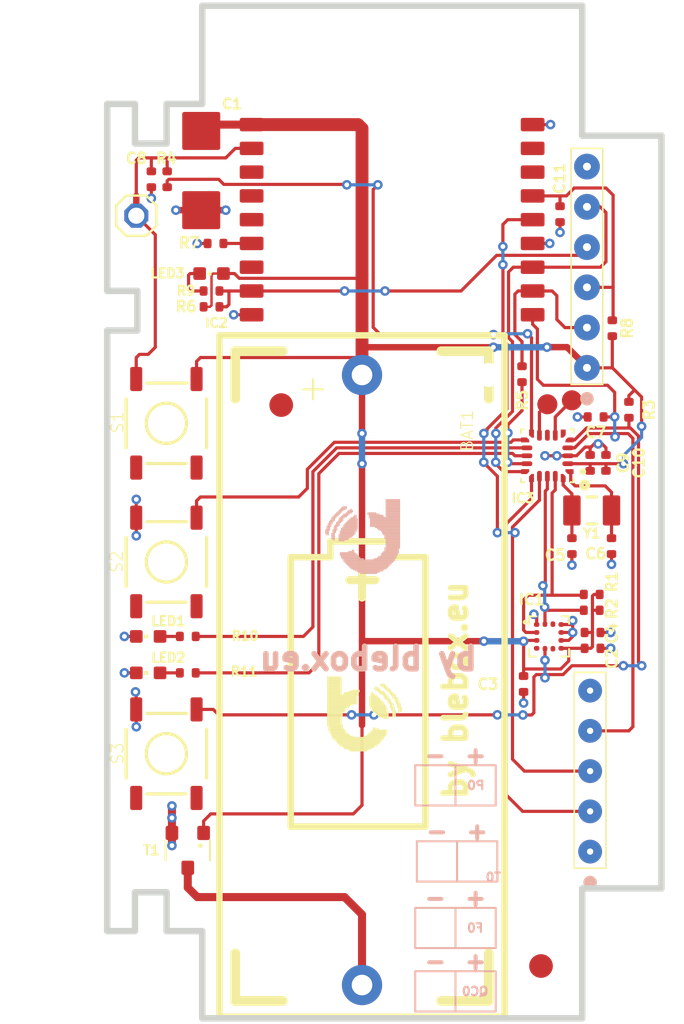
<source format=kicad_pcb>
(kicad_pcb (version 20241229) (generator "pcbnew") (generator_version "9.0")
  (layers (0 "F.Cu" signal) (2 "B.Cu" signal) (13 "F.Paste" user) (15 "B.Paste" user) (5 "F.SilkS" user "F.Silkscreen") (7 "B.SilkS" user "B.Silkscreen") (1 "F.Mask" user) (3 "B.Mask" user) (25 "Edge.Cuts" user))
  (net 0 "")
  (net 1 "+3V3")
  (net 2 "GND")
  (net 3 "TXD")
  (net 4 "RXD")
  (net 5 "IO12")
  (net 6 "IO0")
  (net 7 "RST")
  (net 8 "IO13")
  (net 9 "IO15")
  (net 10 "IO14")
  (net 11 "IO16")
  (net 12 "EN_IO")
  (net 13 "IO2")
  (net 14 "ESP_EN")
  (net 15 "N$1")
  (net 16 "VCC")
  (net 17 "SWDIO")
  (net 18 "SWCLK/BOOT0")
  (net 19 "NRST")
  (net 20 "BUTTON")
  (net 21 "PC14-OSCX_IN")
  (net 22 "STM_RXD")
  (net 23 "SDA")
  (net 24 "INT1")
  (net 25 "INT2")
  (net 26 "SCL")
  (net 27 "LED1")
  (net 28 "INT0")
  (net 29 "N$2")
  (net 30 "N$3")
  (net 31 "LED3C")
  (net 32 "TOUT")
  (net 33 "N$4")
  (net 34 "LED2")
  (net 35 "PA2")
  (net 36 "PA3")
  (net 37 "PA4")
  (footprint "PCB-wPAWS-0.1:CHIPLED_0603" (layer "F.Cu") (at 137.5936 89.9536 90)
    (property "Reference" "LED3")
    (property "Value" "blue")
  )
  (footprint "PCB-wPAWS-0.1:TACTILE-SWITCH-SMD" (layer "F.Cu") (at 134.7436 99.4036 -90)
    (property "Reference" "S1")
    (property "Value" "TACTB-64K-F")
  )
  (footprint "PCB-wPAWS-0.1:1X01_12130839" (layer "F.Cu") (at 132.8436 86.3036)
    (property "Reference" "JP1" (hide yes))
    (property "Value" "PINHD-1X1" (hide yes))
  )
  (footprint "PCB-wPAWS-0.1:C0402_33525614" (layer "F.Cu") (at 157.2936 115.8536 -90)
    (property "Reference" "C3")
    (property "Value" "100n/6.3V")
  )
  (footprint "PCB-wPAWS-0.1:TACTILE-SWITCH-SMD" (layer "F.Cu") (at 134.7436 120.2536 -90)
    (property "Reference" "S3")
    (property "Value" "TACTB-64K-F")
  )
  (footprint "PCB-wPAWS-0.1:XDCR_BMA400_39362339" (layer "F.Cu") (at 158.8936 112.8536)
    (property "Reference" "IC1")
    (property "Value" "BMA400")
  )
  (footprint "PCB-wPAWS-0.1:R0402_33525614" (layer "F.Cu") (at 137.5936 92.0536)
    (property "Reference" "R6")
    (property "Value" "10k/1%")
  )
  (footprint "PCB-wPAWS-0.1:R0402_33525614" (layer "F.Cu") (at 163.9436 98.5536 -90)
    (property "Reference" "R3")
    (property "Value" "100k")
  )
  (footprint "PCB-wPAWS-0.1:R0402_33525614" (layer "F.Cu") (at 161.5936 111.2036 180)
    (property "Reference" "R2")
    (property "Value" "10k/1%")
  )
  (footprint "PCB-wPAWS-0.1:C0402_33525614" (layer "F.Cu") (at 159.5936 86.2036 -90)
    (property "Reference" "C11")
    (property "Value" "100n/6.3V")
  )
  (footprint "PCB-wPAWS-0.1:C0402_33525614" (layer "F.Cu") (at 161.4936 101.9036 90)
    (property "Reference" "C9")
    (property "Value" "100n/6.3V")
  )
  (footprint "PCB-wPAWS-0.1:C0402_33525614" (layer "F.Cu") (at 133.7936 84.0036 -90)
    (property "Reference" "C8")
    (property "Value" "1u/6.3V")
  )
  (footprint "PCB-wPAWS-0.1:R0402_33525614" (layer "F.Cu") (at 157.1936 96.3036 90)
    (property "Reference" "R5")
    (property "Value" "1k/1%")
  )
  (footprint "PCB-wPAWS-0.1:BHC-CR123A" (layer "F.Cu") (at 147.0936 115.8536 -90)
    (property "Reference" "BAT1")
    (property "Value" "BHC-CR123A")
  )
  (footprint "PCB-wPAWS-0.1:R0402_33525614" (layer "F.Cu") (at 134.7936 84.0036 -90)
    (property "Reference" "R4")
    (property "Value" "100k/1%")
  )
  (footprint "PCB-wPAWS-0.1:CHIPLED_0603" (layer "F.Cu") (at 133.5936 115.1536 90)
    (property "Reference" "LED2")
    (property "Value" "blue")
  )
  (footprint "PCB-wPAWS-0.1:R0402_12132679" (layer "F.Cu") (at 136.0936 115.1536)
    (property "Reference" "R11")
    (property "Value" "1k")
  )
  (footprint "PCB-wPAWS-0.1:C0402_33525614" (layer "F.Cu") (at 161.6436 113.6036)
    (property "Reference" "C2")
    (property "Value" "100n/6.3V")
  )
  (footprint "PCB-wPAWS-0.1:6P-2.54-CENTERING-HOLE-PAD_12130839" (layer "F.Cu") (at 161.2936 89.5536 90)
    (property "Reference" "CN1" (hide yes))
    (property "Value" "")
  )
  (footprint "PCB-wPAWS-0.1:BLEBOX-LOGO-MEDIUM_26685265" (layer "F.Cu") (at 147.3936 118.4536)
    (property "Reference" "U$4" (hide yes))
    (property "Value" "" (hide yes))
  )
  (footprint "PCB-wPAWS-0.1:R0402_12132679" (layer "F.Cu") (at 137.5936 91.0536 180)
    (property "Reference" "R9")
    (property "Value" "1k")
  )
  (footprint "PCB-wPAWS-0.1:C0402_33525614" (layer "F.Cu") (at 161.6436 112.6036)
    (property "Reference" "C4")
    (property "Value" "1u/6.3V")
  )
  (footprint "PCB-wPAWS-0.1:R0402_33525614" (layer "F.Cu") (at 162.8936 93.4036 90)
    (property "Reference" "R8")
    (property "Value" "1k/1%")
  )
  (footprint "PCB-wPAWS-0.1:C0402_33525614" (layer "F.Cu") (at 162.4936 101.9036 90)
    (property "Reference" "C10")
    (property "Value" "10u/6.3V")
  )
  (footprint "PCB-wPAWS-0.1:B1,27_39530543" (layer "F.Cu") (at 160.3436 97.9536)
    (property "Reference" "TP2" (hide yes))
    (property "Value" "TPB1,27")
  )
  (footprint "PCB-wPAWS-0.1:IC_STM32C011F6U6TR_39362339" (layer "F.Cu") (at 158.7936 101.4536 180)
    (property "Reference" "IC3")
    (property "Value" "STM32C011F6U6TR")
  )
  (footprint "PCB-wPAWS-0.1:SOT23-R_INFINEON_12130336" (layer "F.Cu") (at 136.0936 126.3536 180)
    (property "Reference" "T1")
    (property "Value" "YJL3404A")
  )
  (footprint "PCB-wPAWS-0.1:FIDUCIAL-ANDPOL_11922146" (layer "F.Cu") (at 158.3936 133.6536 -90)
    (property "Reference" "REF1" (hide yes))
    (property "Value" "")
  )
  (footprint "PCB-wPAWS-0.1:TACTILE-SWITCH-SMD" (layer "F.Cu") (at 134.7436 108.1536 -90)
    (property "Reference" "S2")
    (property "Value" "TACTB-64K-F")
  )
  (footprint "PCB-wPAWS-0.1:R0402_33525614" (layer "F.Cu") (at 137.8436 88.0536 180)
    (property "Reference" "R7")
    (property "Value" "10k/1%")
  )
  (footprint "PCB-wPAWS-0.1:WE-XTAL_CFPX-217_14284023" (layer "F.Cu") (at 161.5936 104.9036 180)
    (property "Reference" "Y1")
    (property "Value" "32.768kHz")
  )
  (footprint "PCB-wPAWS-0.1:FE05W-SWD-CP_12130839" (layer "F.Cu") (at 161.4936 121.3536 90)
    (property "Reference" "CN2" (hide yes))
    (property "Value" "")
  )
  (footprint "PCB-wPAWS-0.1:B1,27_39530543" (layer "F.Cu") (at 158.7936 98.2036)
    (property "Reference" "TP1" (hide yes))
    (property "Value" "TPB1,27")
  )
  (footprint "PCB-wPAWS-0.1:SMC_C" (layer "F.Cu") (at 136.9436 83.4536 -90)
    (property "Reference" "C1")
    (property "Value" "220u/6.3V")
  )
  (footprint "PCB-wPAWS-0.1:FIDUCIAL-ANDPOL_11922146" (layer "F.Cu") (at 141.9936 98.2536 90)
    (property "Reference" "REF2" (hide yes))
    (property "Value" "")
  )
  (footprint "PCB-wPAWS-0.1:C0402_33525614" (layer "F.Cu") (at 161.8436 99.0036 180)
    (property "Reference" "C7")
    (property "Value" "100n/6.3V")
  )
  (footprint "PCB-wPAWS-0.1:MODULE_12027516" (layer "F.Cu") (at 148.9936 85.4536)
    (property "Reference" "IC2")
    (property "Value" "ESP-WROOM-02")
  )
  (footprint "PCB-wPAWS-0.1:R0402_33525614" (layer "F.Cu") (at 161.5936 110.2036 180)
    (property "Reference" "R1")
    (property "Value" "10k/1%")
  )
  (footprint "PCB-wPAWS-0.1:C0402_33525614" (layer "F.Cu") (at 160.3436 107.1536 90)
    (property "Reference" "C5")
    (property "Value" "18pF")
  )
  (footprint "PCB-wPAWS-0.1:CHIPLED_0603" (layer "F.Cu") (at 133.5936 112.8536 90)
    (property "Reference" "LED1")
    (property "Value" "blue")
  )
  (footprint "PCB-wPAWS-0.1:R0402_12132679" (layer "F.Cu") (at 136.0936 112.8536)
    (property "Reference" "R10")
    (property "Value" "1k")
  )
  (footprint "PCB-wPAWS-0.1:C0402_33525614" (layer "F.Cu") (at 162.8436 107.1536 90)
    (property "Reference" "C6")
    (property "Value" "18pF")
  )
  (footprint "PCB-wPAWS-0.1:MANUFACTURING-TEST" (layer "B.Cu") (at 152.9936 135.2536 180)
    (property "Reference" "QC0")
    (property "Value" "" (hide yes))
  )
  (footprint "PCB-wPAWS-0.1:MANUFACTURING-TEST" (layer "B.Cu") (at 153.0936 127.0536 180)
    (property "Reference" "T0")
    (property "Value" "" (hide yes))
  )
  (footprint "PCB-wPAWS-0.1:MANUFACTURING-TEST" (layer "B.Cu") (at 152.9936 122.2536 180)
    (property "Reference" "P0")
    (property "Value" "" (hide yes))
  )
  (footprint "PCB-wPAWS-0.1:BLEBOX-LOGO-MEDIUM_26685265" (layer "B.Cu") (at 146.9936 107.2536 180)
    (property "Reference" "U$1" (hide yes))
    (property "Value" "" (hide yes))
  )
  (footprint "PCB-wPAWS-0.1:MANUFACTURING-TEST" (layer "B.Cu") (at 152.9936 131.2536 180)
    (property "Reference" "F0")
    (property "Value" "" (hide yes))
  )
  (gr_circle (center 161.1436 103.3036) (end 161.3436 103.3036) (stroke (width 0.3)) (fill no) (layer "F.SilkS"))
  (gr_line (start 147.0936 108.3036) (end 147.0936 110.4036) (stroke (width 0.508)) (layer "F.SilkS"))
  (gr_line (start 146.2936 109.3036) (end 147.9436 109.3036) (stroke (width 0.508)) (layer "F.SilkS"))
  (gr_line (start 134.7586 131.4486) (end 137.0086 131.4486) (stroke (width 0.4064)) (layer "Edge.Cuts"))
  (gr_line (start 137.0086 79.2486) (end 134.7586 79.2486) (stroke (width 0.4064)) (layer "Edge.Cuts"))
  (gr_line (start 137.0086 73.0536) (end 137.0086 79.2486) (stroke (width 0.4064)) (layer "Edge.Cuts"))
  (gr_line (start 137.0086 73.0536) (end 160.9936 73.0536) (stroke (width 0.4064)) (layer "Edge.Cuts"))
  (gr_line (start 132.7586 79.2486) (end 131.0086 79.2486) (stroke (width 0.4064)) (layer "Edge.Cuts"))
  (gr_line (start 132.7586 131.4486) (end 132.7586 128.9986) (stroke (width 0.4064)) (layer "Edge.Cuts"))
  (gr_line (start 165.9936 81.2536) (end 160.9936 81.2536) (stroke (width 0.4064)) (layer "Edge.Cuts"))
  (gr_line (start 160.9936 128.7536) (end 165.9936 128.7536) (stroke (width 0.4064)) (layer "Edge.Cuts"))
  (gr_line (start 160.9936 81.2536) (end 160.9936 73.0536) (stroke (width 0.4064)) (layer "Edge.Cuts"))
  (gr_line (start 132.7586 128.9986) (end 134.7586 128.9986) (stroke (width 0.4064)) (layer "Edge.Cuts"))
  (gr_line (start 137.0086 131.4486) (end 137.0086 136.9536) (stroke (width 0.4064)) (layer "Edge.Cuts"))
  (gr_line (start 165.9936 128.7536) (end 165.9936 81.2536) (stroke (width 0.4064)) (layer "Edge.Cuts"))
  (gr_line (start 131.0086 131.4486) (end 132.7586 131.4486) (stroke (width 0.4064)) (layer "Edge.Cuts"))
  (gr_line (start 134.7586 81.7486) (end 134.7586 79.2486) (stroke (width 0.4064)) (layer "Edge.Cuts"))
  (gr_line (start 131.0086 79.2486) (end 131.0086 91.0486) (stroke (width 0.4064)) (layer "Edge.Cuts"))
  (gr_line (start 137.0086 136.9536) (end 160.9936 136.9536) (stroke (width 0.4064)) (layer "Edge.Cuts"))
  (gr_line (start 132.7586 79.2486) (end 132.7586 81.7486) (stroke (width 0.4064)) (layer "Edge.Cuts"))
  (gr_line (start 132.7586 81.7486) (end 134.7586 81.7486) (stroke (width 0.4064)) (layer "Edge.Cuts"))
  (gr_line (start 132.9086 91.0486) (end 132.9086 93.5486) (stroke (width 0.4064)) (layer "Edge.Cuts"))
  (gr_line (start 160.9936 136.9536) (end 160.9936 128.7536) (stroke (width 0.4064)) (layer "Edge.Cuts"))
  (gr_line (start 131.0086 91.0486) (end 132.9086 91.0486) (stroke (width 0.4064)) (layer "Edge.Cuts"))
  (gr_line (start 131.0086 93.5486) (end 131.0086 131.4486) (stroke (width 0.4064)) (layer "Edge.Cuts"))
  (gr_line (start 134.7586 128.9986) (end 134.7586 131.4486) (stroke (width 0.4064)) (layer "Edge.Cuts"))
  (gr_line (start 132.9086 93.5486) (end 131.0086 93.5486) (stroke (width 0.4064)) (layer "Edge.Cuts"))
  (gr_text "${PROJECTNAME}" (at 164.3436 117.5036 90) (layer "F.SilkS") (effects (font (size 1.4224 1.4224) (thickness 0.3556))))
  (gr_text "by blebox.eu" (at 152.9936 116.2536 90) (layer "F.SilkS") (effects (font (size 1.4224 1.4224) (thickness 0.3556))))
  (gr_text "${PROJECTNAME}" (at 148.4936 111.2536 0) (layer "B.SilkS") (effects (font (size 1.54432 1.54432) (thickness 0.38608)) (justify mirror)))
  (gr_text "by blebox.eu" (at 147.4936 114.2536 -0) (layer "B.SilkS") (effects (font (size 1.4224 1.4224) (thickness 0.3556)) (justify mirror)))
  (segment (start 140.1236 80.5536) (end 146.8436 80.5536) (width 0.8128) (layer "F.Cu") (net 1))
  (segment (start 161.4936 101.9536) (end 162.4936 101.9536) (width 0.2032) (layer "F.Cu") (net 1))
  (segment (start 147.0936 90.0536) (end 147.0936 95.2536) (width 0.8128) (layer "F.Cu") (net 1))
  (segment (start 160.0936 101.9536) (end 161.4936 101.9536) (width 0.2032) (layer "F.Cu") (net 1))
  (segment (start 139.321 90.231) (end 139.3436 90.2536) (width 0.2) (layer "F.Cu") (net 1))
  (segment (start 139.318843 90.231) (end 139.321 90.231) (width 0.2) (layer "F.Cu") (net 1))
  (segment (start 147.0936 118.4536) (end 147.0936 113.1536) (width 0.4064) (layer "F.Cu") (net 1))
  (segment (start 147.0936 100.0464) (end 147.0936 96.2536) (width 0.4064) (layer "F.Cu") (net 1))
  (segment (start 164.298 97.2992) (end 162.873 95.8742) (width 0.2) (layer "F.Cu") (net 1))
  (segment (start 137.6936 89.9536) (end 138.3436 89.9536) (width 0.1524) (layer "F.Cu") (net 1))
  (segment (start 147.0936 96.3536) (end 147.0936 95.2536) (width 0.4064) (layer "F.Cu") (net 1))
  (segment (start 161.1436 112.6036) (end 161.6412 112.6036) (width 0.2) (layer "F.Cu") (net 1))
  (segment (start 161.2936 95.9036) (end 162.8436 95.9036) (width 0.2) (layer "F.Cu") (net 1))
  (segment (start 162.0936 111.2036) (end 161.6412 111.2036) (width 0.2) (layer "F.Cu") (net 1))
  (segment (start 163.6008 101.9536) (end 162.6976 101.9536) (width 0.2) (layer "F.Cu") (net 1))
  (segment (start 162.4936 102.4036) (end 162.4936 101.9536) (width 0.2032) (layer "F.Cu") (net 1))
  (segment (start 146.8936 90.2536) (end 147.0936 90.0536) (width 0.2) (layer "F.Cu") (net 1))
  (segment (start 137.5936 91.9536) (end 137.5936 90.0536) (width 0.1524) (layer "F.Cu") (net 1))
  (segment (start 160.0388 94.5988) (end 158.7684 94.5988) (width 0.4064) (layer "F.Cu") (net 1))
  (segment (start 161.5412 113.6036) (end 161.6412 113.5036) (width 0.2) (layer "F.Cu") (net 1))
  (segment (start 146.1904 95.2536) (end 147.0936 95.2536) (width 0.2) (layer "F.Cu") (net 1))
  (segment (start 146.5436 124.0536) (end 147.0936 123.5036) (width 0.2) (layer "F.Cu") (net 1))
  (segment (start 137.4936 92.0536) (end 137.5936 91.9536) (width 0.1524) (layer "F.Cu") (net 1))
  (segment (start 162.8936 95.8536) (end 162.873 95.8742) (width 0.2) (layer "F.Cu") (net 1))
  (segment (start 147.0936 95.2536) (end 147.0936 96.2536) (width 0.8128) (layer "F.Cu") (net 1))
  (segment (start 137.5436 124.0536) (end 146.5436 124.0536) (width 0.2) (layer "F.Cu") (net 1))
  (segment (start 147.0936 96.2536) (end 147.0936 96.3536) (width 0.8128) (layer "F.Cu") (net 1))
  (segment (start 137.0936 125.2536) (end 137.0936 124.5036) (width 0.2) (layer "F.Cu") (net 1))
  (segment (start 163.9436 98.0536) (end 163.9436 97.6536) (width 0.2) (layer "F.Cu") (net 1))
  (segment (start 160.1436 114.4036) (end 159.6388 114.9084) (width 0.2) (layer "F.Cu") (net 1))
  (segment (start 137.0936 92.0536) (end 137.4936 92.0536) (width 0.1524) (layer "F.Cu") (net 1))
  (segment (start 157.3484 113.1036) (end 157.2936 113.1584) (width 0.2) (layer "F.Cu") (net 1))
  (segment (start 136.9436 80.9536) (end 137.3436 80.5536) (width 0.508) (layer "F.Cu") (net 1))
  (segment (start 157.2936 115.3536) (end 157.2936 113.1584) (width 0.2) (layer "F.Cu") (net 1))
  (segment (start 136.6486 96.6096) (end 136.6486 95.4986) (width 0.2) (layer "F.Cu") (net 1))
  (segment (start 161.2936 95.8536) (end 160.0388 94.5988) (width 0.4064) (layer "F.Cu") (net 1))
  (segment (start 161.6412 113.5036) (end 161.6412 112.6036) (width 0.2) (layer "F.Cu") (net 1))
  (segment (start 162.873 95.8742) (end 162.8436 95.9036) (width 0.2) (layer "F.Cu") (net 1))
  (segment (start 147.0936 80.8036) (end 146.8436 80.5536) (width 0.8128) (layer "F.Cu") (net 1))
  (segment (start 164.7436 97.7448) (end 164.7436 99.5948) (width 0.2) (layer "F.Cu") (net 1))
  (segment (start 147.0936 95.2536) (end 147.0936 94.6036) (width 0.4064) (layer "F.Cu") (net 1))
  (segment (start 157.2936 114.9084) (end 157.2936 115.3536) (width 0.2) (layer "F.Cu") (net 1))
  (segment (start 161.2936 95.9036) (end 161.2936 95.8536) (width 0.4064) (layer "F.Cu") (net 1))
  (segment (start 161.6412 111.2036) (end 161.6412 110.3036) (width 0.2) (layer "F.Cu") (net 1))
  (segment (start 164.7436 97.7448) (end 164.298 97.2992) (width 0.2) (layer "F.Cu") (net 1))
  (segment (start 138.3436 89.9536) (end 139.041443 89.9536) (width 0.2) (layer "F.Cu") (net 1))
  (segment (start 147.0936 113.1536) (end 147.0936 101.9536) (width 0.4064) (layer "F.Cu") (net 1))
  (segment (start 137.3436 80.5536) (end 140.1236 80.5536) (width 0.508) (layer "F.Cu") (net 1))
  (segment (start 147.0936 80.8036) (end 147.0936 90.0536) (width 0.8128) (layer "F.Cu") (net 1))
  (segment (start 137.5936 90.0536) (end 137.6936 89.9536) (width 0.1524) (layer "F.Cu") (net 1))
  (segment (start 159.6388 114.9084) (end 157.2936 114.9084) (width 0.2) (layer "F.Cu") (net 1))
  (segment (start 139.041443 89.9536) (end 139.318843 90.231) (width 0.2) (layer "F.Cu") (net 1))
  (segment (start 136.6486 95.4986) (end 136.8936 95.2536) (width 0.2) (layer "F.Cu") (net 1))
  (segment (start 155.3864 94.6036) (end 147.0936 94.6036) (width 0.4064) (layer "F.Cu") (net 1))
  (segment (start 159.6686 113.6036) (end 160.1436 113.6036) (width 0.2) (layer "F.Cu") (net 1))
  (segment (start 147.0936 123.5036) (end 147.0936 118.4536) (width 0.2) (layer "F.Cu") (net 1))
  (segment (start 160.1436 113.6036) (end 161.1436 113.6036) (width 0.2) (layer "F.Cu") (net 1))
  (segment (start 162.0936 110.2036) (end 161.7412 110.2036) (width 0.2) (layer "F.Cu") (net 1))
  (segment (start 161.7412 110.2036) (end 161.6412 110.3036) (width 0.2) (layer "F.Cu") (net 1))
  (segment (start 137.0936 124.5036) (end 137.5436 124.0536) (width 0.2) (layer "F.Cu") (net 1))
  (segment (start 163.9436 97.6536) (end 164.298 97.2992) (width 0.2) (layer "F.Cu") (net 1))
  (segment (start 161.1436 113.6036) (end 161.5412 113.6036) (width 0.2) (layer "F.Cu") (net 1))
  (segment (start 158.1186 113.1036) (end 157.3484 113.1036) (width 0.2) (layer "F.Cu") (net 1))
  (segment (start 139.3436 90.2536) (end 146.8936 90.2536) (width 0.2) (layer "F.Cu") (net 1))
  (segment (start 145.9936 95.2536) (end 146.1904 95.2536) (width 0.2) (layer "F.Cu") (net 1))
  (segment (start 147.0936 113.1536) (end 154.7888 113.1536) (width 0.4064) (layer "F.Cu") (net 1))
  (segment (start 136.8936 95.2536) (end 145.9936 95.2536) (width 0.2) (layer "F.Cu") (net 1))
  (segment (start 162.8936 93.9036) (end 162.8936 95.8536) (width 0.2) (layer "F.Cu") (net 1))
  (segment (start 161.6412 112.6036) (end 161.6412 111.2036) (width 0.2) (layer "F.Cu") (net 1))
  (segment (start 160.1436 113.6036) (end 160.1436 114.4036) (width 0.2) (layer "F.Cu") (net 1))
  (segment (start 161.4936 102.4036) (end 161.4936 101.9536) (width 0.2032) (layer "F.Cu") (net 1))
  (segment (start 162.4936 101.9536) (end 162.6976 101.9536) (width 0.2032) (layer "F.Cu") (net 1))
  (via (at 147.0936 101.9536) (size 0.6048) (drill 0.3) (layers "F.Cu" "B.Cu") (net 1))
  (via (at 155.3864 94.6036) (size 0.6048) (drill 0.3) (layers "F.Cu" "B.Cu") (net 1))
  (via (at 164.7436 99.5948) (size 0.6048) (drill 0.3) (layers "F.Cu" "B.Cu") (net 1))
  (via (at 158.7684 94.5988) (size 0.6048) (drill 0.3) (layers "F.Cu" "B.Cu") (net 1))
  (via (at 163.6008 101.9536) (size 0.6048) (drill 0.3) (layers "F.Cu" "B.Cu") (net 1))
  (via (at 147.0936 100.0464) (size 0.6048) (drill 0.3) (layers "F.Cu" "B.Cu") (net 1))
  (via (at 157.2936 113.1584) (size 0.6048) (drill 0.3) (layers "F.Cu" "B.Cu") (net 1))
  (via (at 154.7888 113.1536) (size 0.6048) (drill 0.3) (layers "F.Cu" "B.Cu") (net 1))
  (segment (start 154.7936 113.1584) (end 154.7888 113.1536) (width 0.2) (layer "B.Cu") (net 1))
  (segment (start 158.7684 94.5988) (end 158.7636 94.6036) (width 0.4064) (layer "B.Cu") (net 1))
  (segment (start 164.7436 99.5948) (end 164.7436 100.2948) (width 0.2) (layer "B.Cu") (net 1))
  (segment (start 163.6008 101.9536) (end 163.6008 101.4376) (width 0.2) (layer "B.Cu") (net 1))
  (segment (start 158.7636 94.6036) (end 155.3864 94.6036) (width 0.4064) (layer "B.Cu") (net 1))
  (segment (start 147.0936 101.9536) (end 147.0936 100.0464) (width 0.4064) (layer "B.Cu") (net 1))
  (segment (start 157.2936 113.1584) (end 154.7936 113.1584) (width 0.4064) (layer "B.Cu") (net 1))
  (segment (start 164.7436 100.2948) (end 163.6008 101.4376) (width 0.2) (layer "B.Cu") (net 1))
  (segment (start 160.3936 112.1036) (end 159.6686 112.1036) (width 0.2) (layer "F.Cu") (net 2))
  (segment (start 136.9436 85.9536) (end 138.4936 85.9536) (width 0.4064) (layer "F.Cu") (net 2))
  (segment (start 132.8436 105.3646) (end 132.8436 106.5036) (width 0.2) (layer "F.Cu") (net 2))
  (segment (start 133.7936 84.5036) (end 133.7936 85.2036) (width 0.2) (layer "F.Cu") (net 2))
  (segment (start 161.181462 100.9036) (end 161.55 100.9036) (width 0.2) (layer "F.Cu") (net 2))
  (segment (start 161.4936 100.96) (end 161.55 100.9036) (width 0.2) (layer "F.Cu") (net 2))
  (segment (start 160.3936 112.6036) (end 160.3936 112.8536) (width 0.2) (layer "F.Cu") (net 2))
  (segment (start 137.3436 88.0536) (end 136.6936 88.0536) (width 0.2) (layer "F.Cu") (net 2))
  (segment (start 162.4936 101.4036) (end 162.4936 100.9472) (width 0.2) (layer "F.Cu") (net 2))
  (segment (start 159.3936 101.4536) (end 158.6436 101.4536) (width 0.2) (layer "F.Cu") (net 2))
  (segment (start 162.1436 113.6036) (end 162.7936 113.6036) (width 0.2) (layer "F.Cu") (net 2))
  (segment (start 160.3936 111.8536) (end 160.3936 112.6036) (width 0.2) (layer "F.Cu") (net 2))
  (segment (start 159.5936 86.7036) (end 159.5936 87.3536) (width 0.2) (layer "F.Cu") (net 2))
  (segment (start 132.8386 105.3596) (end 132.8386 104.2086) (width 0.2) (layer "F.Cu") (net 2))
  (segment (start 132.8386 104.2086) (end 132.8436 104.2036) (width 0.2) (layer "F.Cu") (net 2))
  (segment (start 135.0936 124.3036) (end 135.0936 123.5536) (width 0.508) (layer "F.Cu") (net 2))
  (segment (start 160.0936 101.4536) (end 160.631462 101.4536) (width 0.2) (layer "F.Cu") (net 2))
  (segment (start 160.0936 101.4536) (end 159.3936 101.4536) (width 0.2032) (layer "F.Cu") (net 2))
  (segment (start 132.8386 117.4596) (end 132.8386 116.3986) (width 0.2) (layer "F.Cu") (net 2))
  (segment (start 162.25 100.7036) (end 162 100.7036) (width 0.2) (layer "F.Cu") (net 2))
  (segment (start 132.8436 115.1536) (end 132.0936 115.1536) (width 0.2) (layer "F.Cu") (net 2))
  (segment (start 162.8436 107.6536) (end 162.8436 108.3036) (width 0.2) (layer "F.Cu") (net 2))
  (segment (start 159.6686 112.6036) (end 160.3936 112.6036) (width 0.2) (layer "F.Cu") (net 2))
  (segment (start 161.75 100.7036) (end 161.55 100.9036) (width 0.2032) (layer "F.Cu") (net 2))
  (segment (start 135.0936 125.2536) (end 135.0936 126.0536) (width 0.508) (layer "F.Cu") (net 2))
  (segment (start 136.9436 85.9536) (end 135.3436 85.9536) (width 0.4064) (layer "F.Cu") (net 2))
  (segment (start 132.8436 112.8536) (end 132.0936 112.8536) (width 0.2) (layer "F.Cu") (net 2))
  (segment (start 140.1236 92.5536) (end 138.9936 92.5536) (width 0.2) (layer "F.Cu") (net 2))
  (segment (start 158.1186 112.1036) (end 158.1186 111.6286) (width 0.2) (layer "F.Cu") (net 2))
  (segment (start 161.4936 101.4036) (end 161.4936 100.96) (width 0.2032) (layer "F.Cu") (net 2))
  (segment (start 162.1436 112.6036) (end 162.7936 112.6036) (width 0.2) (layer "F.Cu") (net 2))
  (segment (start 157.2936 116.3536) (end 157.2936 117.0536) (width 0.2) (layer "F.Cu") (net 2))
  (segment (start 160.631462 101.4536) (end 161.181462 100.9036) (width 0.2) (layer "F.Cu") (net 2))
  (segment (start 132.8386 118.5486) (end 132.8436 118.5536) (width 0.2) (layer "F.Cu") (net 2))
  (segment (start 158.1186 111.6286) (end 157.9436 111.4536) (width 0.2) (layer "F.Cu") (net 2))
  (segment (start 160.3436 107.6536) (end 160.3436 108.3536) (width 0.2) (layer "F.Cu") (net 2))
  (segment (start 135.0936 125.2536) (end 135.0936 124.3036) (width 0.508) (layer "F.Cu") (net 2))
  (segment (start 162.4936 100.9472) (end 162.25 100.7036) (width 0.2) (layer "F.Cu") (net 2))
  (segment (start 132.8386 116.3986) (end 132.7936 116.3536) (width 0.2) (layer "F.Cu") (net 2))
  (segment (start 157.8636 88.0536) (end 158.9436 88.0536) (width 0.2) (layer "F.Cu") (net 2))
  (segment (start 159.6686 113.1036) (end 160.1436 113.1036) (width 0.2) (layer "F.Cu") (net 2))
  (segment (start 160.3936 112.8536) (end 160.1436 113.1036) (width 0.2) (layer "F.Cu") (net 2))
  (segment (start 160.3936 111.8536) (end 160.3936 112.1036) (width 0.2) (layer "F.Cu") (net 2))
  (segment (start 132.8386 105.3596) (end 132.8436 105.3646) (width 0.2) (layer "F.Cu") (net 2))
  (segment (start 162 100.7036) (end 161.75 100.7036) (width 0.2032) (layer "F.Cu") (net 2))
  (segment (start 157.8636 80.5536) (end 158.9936 80.5536) (width 0.2) (layer "F.Cu") (net 2))
  (segment (start 132.8386 117.4596) (end 132.8386 118.5486) (width 0.2) (layer "F.Cu") (net 2))
  (segment (start 161.3436 99.0036) (end 160.6936 99.0036) (width 0.2) (layer "F.Cu") (net 2))
  (via (at 159.3936 101.4536) (size 0.6048) (drill 0.3) (layers "F.Cu" "B.Cu") (net 2))
  (via (at 132.8436 104.2036) (size 0.6048) (drill 0.3) (layers "F.Cu" "B.Cu") (net 2))
  (via (at 132.8436 118.5536) (size 0.6048) (drill 0.3) (layers "F.Cu" "B.Cu") (net 2))
  (via (at 162.7936 112.6036) (size 0.6048) (drill 0.3) (layers "F.Cu" "B.Cu") (net 2))
  (via (at 157.2936 117.0536) (size 0.6048) (drill 0.3) (layers "F.Cu" "B.Cu") (net 2))
  (via (at 162.7936 113.6036) (size 0.6048) (drill 0.3) (layers "F.Cu" "B.Cu") (net 2))
  (via (at 135.0936 123.5536) (size 0.6048) (drill 0.3) (layers "F.Cu" "B.Cu") (net 2))
  (via (at 133.7936 85.2036) (size 0.6048) (drill 0.3) (layers "F.Cu" "B.Cu") (net 2))
  (via (at 132.0936 115.1536) (size 0.6048) (drill 0.3) (layers "F.Cu" "B.Cu") (net 2))
  (via (at 158.9436 88.0536) (size 0.6048) (drill 0.3) (layers "F.Cu" "B.Cu") (net 2))
  (via (at 132.7936 116.3536) (size 0.6048) (drill 0.3) (layers "F.Cu" "B.Cu") (net 2))
  (via (at 162 100.7036) (size 0.6048) (drill 0.3) (layers "F.Cu" "B.Cu") (net 2))
  (via (at 158.6436 101.4536) (size 0.6048) (drill 0.3) (layers "F.Cu" "B.Cu") (net 2))
  (via (at 135.3436 85.9536) (size 0.6048) (drill 0.3) (layers "F.Cu" "B.Cu") (net 2))
  (via (at 138.9936 92.5536) (size 0.6048) (drill 0.3) (layers "F.Cu" "B.Cu") (net 2))
  (via (at 160.6936 99.0036) (size 0.6048) (drill 0.3) (layers "F.Cu" "B.Cu") (net 2))
  (via (at 132.0936 112.8536) (size 0.6048) (drill 0.3) (layers "F.Cu" "B.Cu") (net 2))
  (via (at 132.8436 106.5036) (size 0.6048) (drill 0.3) (layers "F.Cu" "B.Cu") (net 2))
  (via (at 138.4936 85.9536) (size 0.6048) (drill 0.3) (layers "F.Cu" "B.Cu") (net 2))
  (via (at 158.9936 80.5536) (size 0.6048) (drill 0.3) (layers "F.Cu" "B.Cu") (net 2))
  (via (at 135.0936 124.3036) (size 0.6048) (drill 0.3) (layers "F.Cu" "B.Cu") (net 2))
  (via (at 160.3936 111.8536) (size 0.6048) (drill 0.3) (layers "F.Cu" "B.Cu") (net 2))
  (via (at 136.6936 88.0536) (size 0.6048) (drill 0.3) (layers "F.Cu" "B.Cu") (net 2))
  (via (at 160.3436 108.3536) (size 0.6048) (drill 0.3) (layers "F.Cu" "B.Cu") (net 2))
  (via (at 162.8436 108.3036) (size 0.6048) (drill 0.3) (layers "F.Cu" "B.Cu") (net 2))
  (via (at 160.3936 112.6036) (size 0.6048) (drill 0.3) (layers "F.Cu" "B.Cu") (net 2))
  (via (at 157.9436 111.4536) (size 0.6048) (drill 0.3) (layers "F.Cu" "B.Cu") (net 2))
  (via (at 135.0936 126.0536) (size 0.6048) (drill 0.3) (layers "F.Cu" "B.Cu") (net 2))
  (via (at 159.5936 87.3536) (size 0.6048) (drill 0.3) (layers "F.Cu" "B.Cu") (net 2))
  (segment (start 157.3186 102.4536) (end 156.0292 102.4536) (width 0.2) (layer "F.Cu") (net 3))
  (segment (start 156.0292 102.4536) (end 155.5364 101.9608) (width 0.2) (layer "F.Cu") (net 3))
  (segment (start 156.5936 94.2536) (end 156.5936 98.6536) (width 0.2) (layer "F.Cu") (net 3))
  (segment (start 162.1436 89.5536) (end 162.4936 89.2036) (width 0.2) (layer "F.Cu") (net 3))
  (segment (start 157.8636 89.5536) (end 162.1436 89.5536) (width 0.2) (layer "F.Cu") (net 3))
  (segment (start 155.5441 99.7031) (end 156.5936 98.6536) (width 0.2) (layer "F.Cu") (net 3))
  (segment (start 162.4936 86.1036) (end 162.1336 85.7436) (width 0.2) (layer "F.Cu") (net 3))
  (segment (start 162.1336 85.7436) (end 161.2936 85.7436) (width 0.2) (layer "F.Cu") (net 3))
  (segment (start 156.3436 94.0036) (end 156.3436 89.8536) (width 0.2) (layer "F.Cu") (net 3))
  (segment (start 156.6436 89.5536) (end 157.8636 89.5536) (width 0.2) (layer "F.Cu") (net 3))
  (segment (start 162.4936 89.2036) (end 162.4936 86.1036) (width 0.2) (layer "F.Cu") (net 3))
  (segment (start 155.5441 100.0464) (end 155.5441 99.7031) (width 0.2) (layer "F.Cu") (net 3))
  (segment (start 155.5364 101.9608) (end 155.5364 101.8608) (width 0.2) (layer "F.Cu") (net 3))
  (segment (start 156.6436 89.5536) (end 156.3436 89.8536) (width 0.2) (layer "F.Cu") (net 3))
  (segment (start 156.5936 94.2536) (end 156.3436 94.0036) (width 0.2) (layer "F.Cu") (net 3))
  (via (at 155.5441 100.0464) (size 0.6048) (drill 0.3) (layers "F.Cu" "B.Cu") (net 3))
  (via (at 155.5364 101.8608) (size 0.6048) (drill 0.3) (layers "F.Cu" "B.Cu") (net 3))
  (segment (start 155.5364 100.0541) (end 155.5441 100.0464) (width 0.2) (layer "B.Cu") (net 3))
  (segment (start 155.5364 101.8608) (end 155.5364 100.0541) (width 0.2) (layer "B.Cu") (net 3))
  (segment (start 159.0936 91.0536) (end 159.3936 91.3536) (width 0.2) (layer "F.Cu") (net 4))
  (segment (start 159.3936 92.8536) (end 159.9036 93.3636) (width 0.2032) (layer "F.Cu") (net 4))
  (segment (start 156.9436 91.0536) (end 157.8636 91.0536) (width 0.2) (layer "F.Cu") (net 4))
  (segment (start 159.3936 91.3536) (end 159.3936 92.8536) (width 0.2) (layer "F.Cu") (net 4))
  (segment (start 159.9036 93.3636) (end 161.2936 93.3636) (width 0.2032) (layer "F.Cu") (net 4))
  (segment (start 157.1936 94.2536) (end 156.7436 93.8036) (width 0.2) (layer "F.Cu") (net 4))
  (segment (start 157.8636 91.0536) (end 159.0936 91.0536) (width 0.2) (layer "F.Cu") (net 4))
  (segment (start 156.7436 91.2536) (end 156.9436 91.0536) (width 0.2) (layer "F.Cu") (net 4))
  (segment (start 156.7436 93.8036) (end 156.7436 91.2536) (width 0.2) (layer "F.Cu") (net 4))
  (segment (start 157.1936 95.8036) (end 157.1936 94.2536) (width 0.2) (layer "F.Cu") (net 4))
  (segment (start 153.3436 91.0536) (end 155.5936 88.8036) (width 0.2) (layer "F.Cu") (net 6))
  (segment (start 138.6936 91.0536) (end 138.0936 91.0536) (width 0.2) (layer "F.Cu") (net 6))
  (segment (start 140.1236 91.0536) (end 138.6936 91.0536) (width 0.2) (layer "F.Cu") (net 6))
  (segment (start 155.5936 88.8036) (end 160.7736 88.8036) (width 0.2) (layer "F.Cu") (net 6))
  (segment (start 138.5436 92.0536) (end 138.6936 91.9036) (width 0.2) (layer "F.Cu") (net 6))
  (segment (start 138.6936 91.9036) (end 138.6936 91.0536) (width 0.2) (layer "F.Cu") (net 6))
  (segment (start 140.1236 91.0536) (end 145.9936 91.0536) (width 0.2) (layer "F.Cu") (net 6))
  (segment (start 160.7736 88.8036) (end 161.2936 88.2836) (width 0.2) (layer "F.Cu") (net 6))
  (segment (start 153.3436 91.0536) (end 148.5436 91.0536) (width 0.2) (layer "F.Cu") (net 6))
  (segment (start 138.0936 92.0536) (end 138.5436 92.0536) (width 0.2) (layer "F.Cu") (net 6))
  (via (at 145.9936 91.0536) (size 0.6048) (drill 0.3) (layers "F.Cu" "B.Cu") (net 6))
  (via (at 148.5436 91.0536) (size 0.6048) (drill 0.3) (layers "F.Cu" "B.Cu") (net 6))
  (segment (start 148.5436 91.0536) (end 145.9936 91.0536) (width 0.2) (layer "B.Cu") (net 6))
  (segment (start 159.9936 85.0536) (end 160.4936 84.5536) (width 0.2) (layer "F.Cu") (net 7))
  (segment (start 162.9436 85.0036) (end 162.9436 90.8236) (width 0.2) (layer "F.Cu") (net 7))
  (segment (start 159.5936 85.7036) (end 159.5936 85.0536) (width 0.2) (layer "F.Cu") (net 7))
  (segment (start 162.9436 92.8536) (end 162.8936 92.9036) (width 0.2) (layer "F.Cu") (net 7))
  (segment (start 157.8636 85.0536) (end 159.5936 85.0536) (width 0.2) (layer "F.Cu") (net 7))
  (segment (start 160.4936 84.5536) (end 162.4936 84.5536) (width 0.2) (layer "F.Cu") (net 7))
  (segment (start 162.4936 84.5536) (end 162.9436 85.0036) (width 0.2) (layer "F.Cu") (net 7))
  (segment (start 159.5936 85.0536) (end 159.9936 85.0536) (width 0.2) (layer "F.Cu") (net 7))
  (segment (start 162.9436 90.8236) (end 162.9436 92.8536) (width 0.2) (layer "F.Cu") (net 7))
  (segment (start 162.9436 90.8236) (end 161.2936 90.8236) (width 0.2) (layer "F.Cu") (net 7))
  (segment (start 140.1236 88.0536) (end 138.3436 88.0536) (width 0.2) (layer "F.Cu") (net 9))
  (segment (start 138.046 84.006) (end 138.3662 84.3262) (width 0.2) (layer "F.Cu") (net 12))
  (segment (start 134.7936 84.5036) (end 134.7936 84.106) (width 0.2) (layer "F.Cu") (net 12))
  (segment (start 134.8936 84.006) (end 138.046 84.006) (width 0.2) (layer "F.Cu") (net 12))
  (segment (start 134.7936 84.106) (end 134.8936 84.006) (width 0.2) (layer "F.Cu") (net 12))
  (segment (start 146.1098 84.3262) (end 138.3662 84.3262) (width 0.2) (layer "F.Cu") (net 12))
  (segment (start 148.2524 93.8036) (end 147.798 93.3492) (width 0.2) (layer "F.Cu") (net 12))
  (segment (start 155.3936 93.8036) (end 148.2524 93.8036) (width 0.2) (layer "F.Cu") (net 12))
  (segment (start 146.1324 84.3536) (end 146.1324 84.3488) (width 0.2) (layer "F.Cu") (net 12))
  (segment (start 157.7936 99.9786) (end 157.7936 94.0036) (width 0.2) (layer "F.Cu") (net 12))
  (segment (start 157.7936 94.0036) (end 157.5436 93.7536) (width 0.2) (layer "F.Cu") (net 12))
  (segment (start 146.1324 84.3488) (end 146.1098 84.3262) (width 0.2) (layer "F.Cu") (net 12))
  (segment (start 147.798 93.3492) (end 147.798 84.6492) (width 0.2) (layer "F.Cu") (net 12))
  (segment (start 148.0936 84.3536) (end 147.798 84.6492) (width 0.2) (layer "F.Cu") (net 12))
  (via (at 148.0936 84.3536) (size 0.6048) (drill 0.3) (layers "F.Cu" "B.Cu") (net 12))
  (via (at 157.5436 93.7536) (size 0.6048) (drill 0.3) (layers "F.Cu" "B.Cu") (net 12))
  (via (at 155.3936 93.8036) (size 0.6048) (drill 0.3) (layers "F.Cu" "B.Cu") (net 12))
  (via (at 146.1324 84.3536) (size 0.6048) (drill 0.3) (layers "F.Cu" "B.Cu") (net 12))
  (segment (start 148.0936 84.3536) (end 146.1324 84.3536) (width 0.2) (layer "B.Cu") (net 12))
  (segment (start 157.5436 93.7536) (end 155.4436 93.7536) (width 0.2) (layer "B.Cu") (net 12))
  (segment (start 155.4436 93.7536) (end 155.3936 93.8036) (width 0.2) (layer "B.Cu") (net 12))
  (segment (start 132.8436 82.8036) (end 132.9936 82.6536) (width 0.2032) (layer "F.Cu") (net 14))
  (segment (start 138.4936 82.6536) (end 134.7936 82.6536) (width 0.2) (layer "F.Cu") (net 14))
  (segment (start 132.8386 95.2586) (end 133.0436 95.0536) (width 0.2) (layer "F.Cu") (net 14))
  (segment (start 133.7936 83.5036) (end 133.7936 82.6536) (width 0.2) (layer "F.Cu") (net 14))
  (segment (start 139.0936 82.0536) (end 138.4936 82.6536) (width 0.2) (layer "F.Cu") (net 14))
  (segment (start 132.8436 85.0536) (end 132.8436 82.8036) (width 0.2032) (layer "F.Cu") (net 14))
  (segment (start 140.1236 82.0536) (end 139.0936 82.0536) (width 0.2) (layer "F.Cu") (net 14))
  (segment (start 132.8436 86.3036) (end 132.8436 85.0536) (width 0.4064) (layer "F.Cu") (net 14))
  (segment (start 134.0436 82.6536) (end 134.7936 82.6536) (width 0.2) (layer "F.Cu") (net 14))
  (segment (start 132.9936 82.6536) (end 134.0436 82.6536) (width 0.2032) (layer "F.Cu") (net 14))
  (segment (start 134.7936 82.6536) (end 134.7936 83.5036) (width 0.2) (layer "F.Cu") (net 14))
  (segment (start 134.0436 94.6036) (end 134.0436 87.5036) (width 0.2) (layer "F.Cu") (net 14))
  (segment (start 134.0436 87.5036) (end 132.8436 86.3036) (width 0.2) (layer "F.Cu") (net 14))
  (segment (start 133.7936 82.6536) (end 134.0436 82.6536) (width 0.2) (layer "F.Cu") (net 14))
  (segment (start 132.8386 96.6096) (end 132.8386 95.2586) (width 0.2) (layer "F.Cu") (net 14))
  (segment (start 133.5936 95.0536) (end 134.0436 94.6036) (width 0.2) (layer "F.Cu") (net 14))
  (segment (start 133.0436 95.0536) (end 133.5936 95.0536) (width 0.2) (layer "F.Cu") (net 14))
  (segment (start 136.0936 128.7036) (end 136.6936 129.3036) (width 0.508) (layer "F.Cu") (net 15))
  (segment (start 145.9936 129.3036) (end 147.0936 130.4036) (width 0.508) (layer "F.Cu") (net 15))
  (segment (start 147.0936 130.4036) (end 147.0936 134.8536) (width 0.508) (layer "F.Cu") (net 15))
  (segment (start 136.6936 129.3036) (end 145.9936 129.3036) (width 0.508) (layer "F.Cu") (net 15))
  (segment (start 136.0936 127.4536) (end 136.0936 128.7036) (width 0.508) (layer "F.Cu") (net 15))
  (segment (start 161.4936 123.8936) (end 157.2336 123.8936) (width 0.2) (layer "F.Cu") (net 17))
  (segment (start 157.7936 104.1536) (end 157.7936 102.9286) (width 0.2) (layer "F.Cu") (net 17))
  (segment (start 157.2336 123.8936) (end 156.1936 122.8536) (width 0.2) (layer "F.Cu") (net 17))
  (segment (start 156.1936 105.7536) (end 157.7936 104.1536) (width 0.2) (layer "F.Cu") (net 17))
  (segment (start 156.1936 122.8536) (end 156.1936 105.7536) (width 0.2) (layer "F.Cu") (net 17))
  (segment (start 156.5936 120.6036) (end 157.3436 121.3536) (width 0.2) (layer "F.Cu") (net 18))
  (segment (start 155.6388 106.3036) (end 155.6388 102.747807) (width 0.2) (layer "F.Cu") (net 18))
  (segment (start 155.9864 88.2488) (end 155.9864 86.8608) (width 0.2) (layer "F.Cu") (net 18))
  (segment (start 155.9864 86.8608) (end 156.2936 86.5536) (width 0.2) (layer "F.Cu") (net 18))
  (segment (start 154.9893 99.759525) (end 156.2412 98.507625) (width 0.2) (layer "F.Cu") (net 18))
  (segment (start 155.9912 89.400207) (end 155.9864 89.395407) (width 0.2) (layer "F.Cu") (net 18))
  (segment (start 156.2412 98.507625) (end 156.2412 94.399575) (width 0.2) (layer "F.Cu") (net 18))
  (segment (start 156.5936 106.4584) (end 156.7484 106.3036) (width 0.2) (layer "F.Cu") (net 18))
  (segment (start 154.7869 100.0464) (end 154.9893 99.844) (width 0.2) (layer "F.Cu") (net 18))
  (segment (start 158.2936 104.2536) (end 156.5936 105.9536) (width 0.2) (layer "F.Cu") (net 18))
  (segment (start 156.5936 106.4584) (end 156.5936 120.6036) (width 0.2) (layer "F.Cu") (net 18))
  (segment (start 154.9893 99.844) (end 154.9893 99.759525) (width 0.2) (layer "F.Cu") (net 18))
  (segment (start 156.5936 105.9536) (end 156.5936 106.4584) (width 0.2) (layer "F.Cu") (net 18))
  (segment (start 155.9912 94.149575) (end 155.9912 89.400207) (width 0.2) (layer "F.Cu") (net 18))
  (segment (start 156.2412 94.399575) (end 155.9912 94.149575) (width 0.2) (layer "F.Cu") (net 18))
  (segment (start 157.3436 121.3536) (end 161.4936 121.3536) (width 0.2) (layer "F.Cu") (net 18))
  (segment (start 158.2936 102.7536) (end 158.2936 104.2536) (width 0.2) (layer "F.Cu") (net 18))
  (segment (start 154.9816 102.090607) (end 154.9816 102.0632) (width 0.2) (layer "F.Cu") (net 18))
  (segment (start 156.2936 86.5536) (end 157.8636 86.5536) (width 0.2) (layer "F.Cu") (net 18))
  (segment (start 154.9816 102.0632) (end 154.7792 101.8608) (width 0.2) (layer "F.Cu") (net 18))
  (segment (start 155.6388 102.747807) (end 154.9816 102.090607) (width 0.2) (layer "F.Cu") (net 18))
  (via (at 155.6388 106.3036) (size 0.6048) (drill 0.3) (layers "F.Cu" "B.Cu") (net 18))
  (via (at 155.9864 89.395407) (size 0.6048) (drill 0.3) (layers "F.Cu" "B.Cu") (net 18))
  (via (at 154.7792 101.8608) (size 0.6048) (drill 0.3) (layers "F.Cu" "B.Cu") (net 18))
  (via (at 154.7869 100.0464) (size 0.6048) (drill 0.3) (layers "F.Cu" "B.Cu") (net 18))
  (via (at 156.7484 106.3036) (size 0.6048) (drill 0.3) (layers "F.Cu" "B.Cu") (net 18))
  (via (at 155.9864 88.2488) (size 0.6048) (drill 0.3) (layers "F.Cu" "B.Cu") (net 18))
  (segment (start 155.9864 88.2488) (end 155.9864 89.395407) (width 0.2) (layer "B.Cu") (net 18))
  (segment (start 154.7792 101.8608) (end 154.7792 100.0541) (width 0.2) (layer "B.Cu") (net 18))
  (segment (start 154.7792 100.0541) (end 154.7869 100.0464) (width 0.2) (layer "B.Cu") (net 18))
  (segment (start 156.7484 106.3036) (end 155.6388 106.3036) (width 0.2) (layer "B.Cu") (net 18))
  (segment (start 163.0436 98.9964) (end 163.0364 99.0036) (width 0.2) (layer "F.Cu") (net 19))
  (segment (start 157.8636 92.5536) (end 157.8636 93.1536) (width 0.2) (layer "F.Cu") (net 19))
  (segment (start 162.9936 100.0536) (end 163.066843 100.126844) (width 0.2) (layer "F.Cu") (net 19))
  (segment (start 162.9936 100.0536) (end 161.415393 100.0536) (width 0.2) (layer "F.Cu") (net 19))
  (segment (start 164.1936 100.3536) (end 163.8936 100.0536) (width 0.2) (layer "F.Cu") (net 19))
  (segment (start 163.0436 98.9964) (end 163.0436 97.4536) (width 0.2) (layer "F.Cu") (net 19))
  (segment (start 161.4936 118.8136) (end 163.9336 118.8136) (width 0.2) (layer "F.Cu") (net 19))
  (segment (start 158.1636 96.6236) (end 158.5436 97.0036) (width 0.2) (layer "F.Cu") (net 19))
  (segment (start 158.1636 93.4536) (end 158.1636 96.6236) (width 0.2) (layer "F.Cu") (net 19))
  (segment (start 163.8936 100.0536) (end 162.9936 100.0536) (width 0.2) (layer "F.Cu") (net 19))
  (segment (start 158.5436 97.0036) (end 162.5936 97.0036) (width 0.2) (layer "F.Cu") (net 19))
  (segment (start 162.5936 97.0036) (end 163.0436 97.4536) (width 0.2) (layer "F.Cu") (net 19))
  (segment (start 164.1936 118.5536) (end 164.1936 100.3536) (width 0.2) (layer "F.Cu") (net 19))
  (segment (start 163.0364 99.0036) (end 162.3436 99.0036) (width 0.2) (layer "F.Cu") (net 19))
  (segment (start 160.0936 100.9536) (end 160.515393 100.9536) (width 0.2032) (layer "F.Cu") (net 19))
  (segment (start 158.1636 93.4536) (end 157.8636 93.1536) (width 0.2) (layer "F.Cu") (net 19))
  (segment (start 161.415393 100.0536) (end 160.515393 100.9536) (width 0.2032) (layer "F.Cu") (net 19))
  (segment (start 163.066843 100.126844) (end 163.066843 100.256) (width 0.2) (layer "F.Cu") (net 19))
  (segment (start 163.9336 118.8136) (end 164.1936 118.5536) (width 0.2) (layer "F.Cu") (net 19))
  (via (at 163.066843 100.256) (size 0.6048) (drill 0.3) (layers "F.Cu" "B.Cu") (net 19))
  (via (at 163.0436 98.9964) (size 0.6048) (drill 0.3) (layers "F.Cu" "B.Cu") (net 19))
  (segment (start 163.0436 100.232757) (end 163.0436 98.9964) (width 0.2) (layer "B.Cu") (net 19))
  (segment (start 163.066843 100.256) (end 163.0436 100.232757) (width 0.2) (layer "B.Cu") (net 19))
  (segment (start 145.347625 100.6012) (end 143.6412 102.307625) (width 0.2) (layer "F.Cu") (net 20))
  (segment (start 156.496 100.6012) (end 145.347625 100.6012) (width 0.2) (layer "F.Cu") (net 20))
  (segment (start 143.6412 102.307625) (end 143.6412 103.506) (width 0.2) (layer "F.Cu") (net 20))
  (segment (start 143.6412 103.506) (end 143.0936 104.0536) (width 0.2) (layer "F.Cu") (net 20))
  (segment (start 143.0936 104.0536) (end 136.8936 104.0536) (width 0.2) (layer "F.Cu") (net 20))
  (segment (start 156.6436 100.4536) (end 156.496 100.6012) (width 0.2) (layer "F.Cu") (net 20))
  (segment (start 136.8936 104.0536) (end 136.6486 104.2986) (width 0.2) (layer "F.Cu") (net 20))
  (segment (start 136.6486 104.2986) (end 136.6486 105.3596) (width 0.2) (layer "F.Cu") (net 20))
  (segment (start 157.3186 100.4536) (end 156.6436 100.4536) (width 0.2) (layer "F.Cu") (net 20))
  (segment (start 159.7936 102.9286) (end 159.7936 103.3036) (width 0.2) (layer "F.Cu") (net 21))
  (segment (start 160.3436 104.5036) (end 160.3436 104.9036) (width 0.2) (layer "F.Cu") (net 21))
  (segment (start 160.3436 103.8536) (end 160.3436 104.5036) (width 0.2) (layer "F.Cu") (net 21))
  (segment (start 160.3436 106.6536) (end 160.3436 104.9036) (width 0.2) (layer "F.Cu") (net 21))
  (segment (start 159.7936 103.3036) (end 160.3436 103.8536) (width 0.2) (layer "F.Cu") (net 21))
  (segment (start 156.301296 99.495904) (end 157.1936 98.6036) (width 0.2) (layer "F.Cu") (net 22))
  (segment (start 156.3864 101.9536) (end 156.2936 101.8608) (width 0.2) (layer "F.Cu") (net 22))
  (segment (start 157.4936 101.9536) (end 156.3864 101.9536) (width 0.2) (layer "F.Cu") (net 22))
  (segment (start 157.1936 98.6036) (end 157.1936 96.8036) (width 0.2) (layer "F.Cu") (net 22))
  (segment (start 156.301296 100.011297) (end 156.301296 99.495904) (width 0.2) (layer "F.Cu") (net 22))
  (via (at 156.2936 101.8608) (size 0.6048) (drill 0.3) (layers "F.Cu" "B.Cu") (net 22))
  (via (at 156.301296 100.011297) (size 0.6048) (drill 0.3) (layers "F.Cu" "B.Cu") (net 22))
  (segment (start 156.2936 100.018994) (end 156.301296 100.011297) (width 0.2) (layer "B.Cu") (net 22))
  (segment (start 156.2936 101.8608) (end 156.2936 100.018994) (width 0.2) (layer "B.Cu") (net 22))
  (segment (start 159.2936 102.7536) (end 159.2936 103.6036) (width 0.2) (layer "F.Cu") (net 23))
  (segment (start 157.2936 112.4536) (end 157.2936 110.5536) (width 0.2) (layer "F.Cu") (net 23))
  (segment (start 159.2936 103.6036) (end 159.0936 103.8036) (width 0.2) (layer "F.Cu") (net 23))
  (segment (start 159.0936 103.8036) (end 159.0936 110.2536) (width 0.2) (layer "F.Cu") (net 23))
  (segment (start 159.0936 110.2536) (end 161.0436 110.2536) (width 0.2) (layer "F.Cu") (net 23))
  (segment (start 157.4436 112.6036) (end 157.2936 112.4536) (width 0.2) (layer "F.Cu") (net 23))
  (segment (start 161.0436 110.2536) (end 161.0936 110.2036) (width 0.2) (layer "F.Cu") (net 23))
  (segment (start 157.5936 110.2536) (end 159.0936 110.2536) (width 0.2) (layer "F.Cu") (net 23))
  (segment (start 158.1186 112.6036) (end 157.4436 112.6036) (width 0.2) (layer "F.Cu") (net 23))
  (segment (start 157.5936 110.2536) (end 157.2936 110.5536) (width 0.2) (layer "F.Cu") (net 23))
  (segment (start 161.268756 99.6996) (end 160.514756 100.4536) (width 0.2) (layer "F.Cu") (net 24))
  (segment (start 164.5484 100.210025) (end 164.5484 114.5036) (width 0.2) (layer "F.Cu") (net 24))
  (segment (start 164.7484 114.7036) (end 164.5484 114.5036) (width 0.2) (layer "F.Cu") (net 24))
  (segment (start 164.039575 99.7012) (end 163.9436 99.7012) (width 0.2) (layer "F.Cu") (net 24))
  (segment (start 158.6436 113.6286) (end 158.6436 114.3536) (width 0.2) (layer "F.Cu") (net 24))
  (segment (start 158.6436 115.4632) (end 158.6436 115.2632) (width 0.2) (layer "F.Cu") (net 24))
  (segment (start 160.3436 114.7036) (end 163.5936 114.7036) (width 0.2) (layer "F.Cu") (net 24))
  (segment (start 161.713631 99.7012) (end 161.712031 99.6996) (width 0.2) (layer "F.Cu") (net 24))
  (segment (start 159.784 115.2632) (end 158.6436 115.2632) (width 0.2) (layer "F.Cu") (net 24))
  (segment (start 155.6388 117.8036) (end 147.8436 117.8036) (width 0.2) (layer "F.Cu") (net 24))
  (segment (start 157.9436 115.4132) (end 157.9436 117.6656) (width 0.2) (layer "F.Cu") (net 24))
  (segment (start 138.0426 117.8036) (end 137.7431 117.5041) (width 0.2) (layer "F.Cu") (net 24))
  (segment (start 160.514756 100.4536) (end 160.2686 100.4536) (width 0.2) (layer "F.Cu") (net 24))
  (segment (start 137.7431 117.5041) (end 137.6986 117.4596) (width 0.2) (layer "F.Cu") (net 24))
  (segment (start 163.9436 99.0536) (end 163.9436 99.7012) (width 0.2) (layer "F.Cu") (net 24))
  (segment (start 159.784 115.2632) (end 160.3436 114.7036) (width 0.2) (layer "F.Cu") (net 24))
  (segment (start 146.4356 117.8036) (end 138.0426 117.8036) (width 0.2) (layer "F.Cu") (net 24))
  (segment (start 163.9436 99.7012) (end 161.713631 99.7012) (width 0.2) (layer "F.Cu") (net 24))
  (segment (start 164.5484 100.210025) (end 164.039575 99.7012) (width 0.2) (layer "F.Cu") (net 24))
  (segment (start 158.6436 115.2632) (end 158.0936 115.2632) (width 0.2) (layer "F.Cu") (net 24))
  (segment (start 158.0936 115.2632) (end 157.9436 115.4132) (width 0.2) (layer "F.Cu") (net 24))
  (segment (start 157.7984 117.8108) (end 157.2484 117.8108) (width 0.2) (layer "F.Cu") (net 24))
  (segment (start 136.6486 117.4596) (end 137.6986 117.4596) (width 0.2) (layer "F.Cu") (net 24))
  (segment (start 161.712031 99.6996) (end 161.268756 99.6996) (width 0.2) (layer "F.Cu") (net 24))
  (segment (start 157.9436 117.6656) (end 157.7984 117.8108) (width 0.2) (layer "F.Cu") (net 24))
  (via (at 155.6388 117.8036) (size 0.6048) (drill 0.3) (layers "F.Cu" "B.Cu") (net 24))
  (via (at 163.5936 114.7036) (size 0.6048) (drill 0.3) (layers "F.Cu" "B.Cu") (net 24))
  (via (at 158.6436 114.3536) (size 0.6048) (drill 0.3) (layers "F.Cu" "B.Cu") (net 24))
  (via (at 164.7484 114.7036) (size 0.6048) (drill 0.3) (layers "F.Cu" "B.Cu") (net 24))
  (via (at 158.6436 115.4632) (size 0.6048) (drill 0.3) (layers "F.Cu" "B.Cu") (net 24))
  (via (at 146.4356 117.8036) (size 0.6048) (drill 0.3) (layers "F.Cu" "B.Cu") (net 24))
  (via (at 157.2484 117.8108) (size 0.6048) (drill 0.3) (layers "F.Cu" "B.Cu") (net 24))
  (via (at 147.8436 117.8036) (size 0.6048) (drill 0.3) (layers "F.Cu" "B.Cu") (net 24))
  (segment (start 157.2412 117.8036) (end 157.2484 117.8108) (width 0.2) (layer "B.Cu") (net 24))
  (segment (start 158.6436 114.3536) (end 158.6436 115.4632) (width 0.2) (layer "B.Cu") (net 24))
  (segment (start 155.6388 117.8036) (end 157.2412 117.8036) (width 0.2) (layer "B.Cu") (net 24))
  (segment (start 147.8436 117.8036) (end 146.4356 117.8036) (width 0.2) (layer "B.Cu") (net 24))
  (segment (start 163.5936 114.7036) (end 164.7484 114.7036) (width 0.2) (layer "B.Cu") (net 24))
  (segment (start 158.6746 111.0536) (end 158.6746 111.2036) (width 0.2) (layer "F.Cu") (net 26))
  (segment (start 158.6436 111.0226) (end 158.6436 111.0726) (width 0.1524) (layer "F.Cu") (net 26))
  (segment (start 158.7936 103.5536) (end 158.662543 103.684657) (width 0.2) (layer "F.Cu") (net 26))
  (segment (start 161.0936 111.2036) (end 158.6746 111.2036) (width 0.2) (layer "F.Cu") (net 26))
  (segment (start 158.6246 111.0036) (end 158.6436 111.0226) (width 0.1524) (layer "F.Cu") (net 26))
  (segment (start 158.6746 111.0536) (end 158.6246 111.0036) (width 0.2) (layer "F.Cu") (net 26))
  (segment (start 158.6436 111.0726) (end 158.6436 112.0786) (width 0.2) (layer "F.Cu") (net 26))
  (segment (start 158.5126 109.6536) (end 158.6626 109.5036) (width 0.2) (layer "F.Cu") (net 26))
  (segment (start 158.7936 103.5536) (end 158.7936 102.7536) (width 0.2) (layer "F.Cu") (net 26))
  (segment (start 158.6626 109.5036) (end 158.662543 103.684657) (width 0.2) (layer "F.Cu") (net 26))
  (via (at 158.5126 109.6536) (size 0.6048) (drill 0.3) (layers "F.Cu" "B.Cu") (net 26))
  (via (at 158.6246 111.0036) (size 0.6048) (drill 0.3) (layers "F.Cu" "B.Cu") (net 26))
  (segment (start 158.5126 109.6536) (end 158.6246 109.7656) (width 0.2) (layer "B.Cu") (net 26))
  (segment (start 158.6246 109.7656) (end 158.6246 111.0036) (width 0.2) (layer "B.Cu") (net 26))
  (segment (start 143.9936 102.4536) (end 145.4936 100.9536) (width 0.2) (layer "F.Cu") (net 27))
  (segment (start 136.5936 112.8536) (end 143.3936 112.8536) (width 0.2) (layer "F.Cu") (net 27))
  (segment (start 145.4936 100.9536) (end 157.4936 100.9536) (width 0.2) (layer "F.Cu") (net 27))
  (segment (start 143.3936 112.8536) (end 143.9936 112.2536) (width 0.2) (layer "F.Cu") (net 27))
  (segment (start 143.9936 112.2536) (end 143.9936 102.4536) (width 0.2) (layer "F.Cu") (net 27))
  (segment (start 135.5936 115.1536) (end 134.3436 115.1536) (width 0.2) (layer "F.Cu") (net 29))
  (segment (start 135.5936 112.8536) (end 134.3436 112.8536) (width 0.2) (layer "F.Cu") (net 30))
  (segment (start 137.0936 91.0536) (end 136.2436 91.0536) (width 0.2) (layer "F.Cu") (net 31))
  (segment (start 136.8436 89.9536) (end 136.2436 89.9536) (width 0.2) (layer "F.Cu") (net 31))
  (segment (start 136.2436 89.9536) (end 136.1436 90.0536) (width 0.2) (layer "F.Cu") (net 31))
  (segment (start 136.2436 91.0536) (end 136.1436 90.9536) (width 0.2) (layer "F.Cu") (net 31))
  (segment (start 136.1436 90.0536) (end 136.1436 90.9536) (width 0.2) (layer "F.Cu") (net 31))
  (segment (start 160.5436 103.3536) (end 160.2686 103.0786) (width 0.2) (layer "F.Cu") (net 33))
  (segment (start 162.4436 103.3536) (end 160.5436 103.3536) (width 0.2) (layer "F.Cu") (net 33))
  (segment (start 160.2686 103.0786) (end 160.2686 102.4536) (width 0.2) (layer "F.Cu") (net 33))
  (segment (start 162.8436 106.6536) (end 162.8436 104.9036) (width 0.2) (layer "F.Cu") (net 33))
  (segment (start 162.8436 104.9036) (end 162.8436 103.7536) (width 0.2) (layer "F.Cu") (net 33))
  (segment (start 162.8436 103.7536) (end 162.4436 103.3536) (width 0.2) (layer "F.Cu") (net 33))
  (segment (start 156.596 101.306) (end 145.639575 101.306) (width 0.2) (layer "F.Cu") (net 34))
  (segment (start 145.639575 101.306) (end 144.367787 102.577788) (width 0.2) (layer "F.Cu") (net 34))
  (segment (start 143.7436 115.1536) (end 144.367787 114.529413) (width 0.2) (layer "F.Cu") (net 34))
  (segment (start 136.5936 115.1536) (end 143.7436 115.1536) (width 0.2) (layer "F.Cu") (net 34))
  (segment (start 157.4936 101.4536) (end 156.7436 101.4536) (width 0.2) (layer "F.Cu") (net 34))
  (segment (start 156.7436 101.4536) (end 156.596 101.306) (width 0.2) (layer "F.Cu") (net 34))
  (segment (start 144.367787 114.529413) (end 144.367787 102.577788) (width 0.2) (layer "F.Cu") (net 34))
  (segment (start 159.2936 100.1536) (end 159.2936 99.0036) (width 0.2032) (layer "F.Cu") (net 35))
  (segment (start 159.2936 99.0036) (end 160.3436 97.9536) (width 0.2032) (layer "F.Cu") (net 35))
  (segment (start 158.2936 100.1536) (end 158.2936 98.7036) (width 0.2032) (layer "F.Cu") (net 37))
  (segment (start 158.2936 98.7036) (end 158.7936 98.2036) (width 0.2032) (layer "F.Cu") (net 37))
)
</source>
